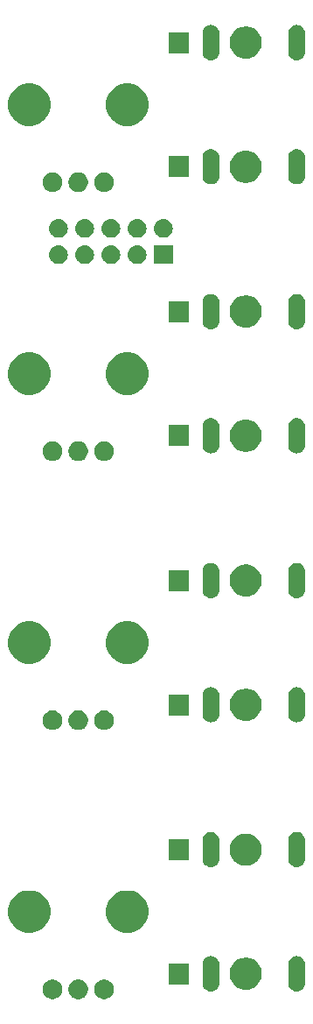
<source format=gbr>
G04 #@! TF.GenerationSoftware,KiCad,Pcbnew,(5.1.4)-1*
G04 #@! TF.CreationDate,2019-11-28T10:56:44-08:00*
G04 #@! TF.ProjectId,Attenuverter,41747465-6e75-4766-9572-7465722e6b69,rev?*
G04 #@! TF.SameCoordinates,Original*
G04 #@! TF.FileFunction,Soldermask,Top*
G04 #@! TF.FilePolarity,Negative*
%FSLAX46Y46*%
G04 Gerber Fmt 4.6, Leading zero omitted, Abs format (unit mm)*
G04 Created by KiCad (PCBNEW (5.1.4)-1) date 2019-11-28 10:56:44*
%MOMM*%
%LPD*%
G04 APERTURE LIST*
%ADD10C,0.100000*%
G04 APERTURE END LIST*
D10*
G36*
X110027395Y-145585546D02*
G01*
X110200466Y-145657234D01*
X110200467Y-145657235D01*
X110356227Y-145761310D01*
X110488690Y-145893773D01*
X110488691Y-145893775D01*
X110592766Y-146049534D01*
X110664454Y-146222605D01*
X110701000Y-146406333D01*
X110701000Y-146593667D01*
X110664454Y-146777395D01*
X110592766Y-146950466D01*
X110592765Y-146950467D01*
X110488690Y-147106227D01*
X110356227Y-147238690D01*
X110277818Y-147291081D01*
X110200466Y-147342766D01*
X110027395Y-147414454D01*
X109843667Y-147451000D01*
X109656333Y-147451000D01*
X109472605Y-147414454D01*
X109299534Y-147342766D01*
X109222182Y-147291081D01*
X109143773Y-147238690D01*
X109011310Y-147106227D01*
X108907235Y-146950467D01*
X108907234Y-146950466D01*
X108835546Y-146777395D01*
X108799000Y-146593667D01*
X108799000Y-146406333D01*
X108835546Y-146222605D01*
X108907234Y-146049534D01*
X109011309Y-145893775D01*
X109011310Y-145893773D01*
X109143773Y-145761310D01*
X109299533Y-145657235D01*
X109299534Y-145657234D01*
X109472605Y-145585546D01*
X109656333Y-145549000D01*
X109843667Y-145549000D01*
X110027395Y-145585546D01*
X110027395Y-145585546D01*
G37*
G36*
X107527395Y-145585546D02*
G01*
X107700466Y-145657234D01*
X107700467Y-145657235D01*
X107856227Y-145761310D01*
X107988690Y-145893773D01*
X107988691Y-145893775D01*
X108092766Y-146049534D01*
X108164454Y-146222605D01*
X108201000Y-146406333D01*
X108201000Y-146593667D01*
X108164454Y-146777395D01*
X108092766Y-146950466D01*
X108092765Y-146950467D01*
X107988690Y-147106227D01*
X107856227Y-147238690D01*
X107777818Y-147291081D01*
X107700466Y-147342766D01*
X107527395Y-147414454D01*
X107343667Y-147451000D01*
X107156333Y-147451000D01*
X106972605Y-147414454D01*
X106799534Y-147342766D01*
X106722182Y-147291081D01*
X106643773Y-147238690D01*
X106511310Y-147106227D01*
X106407235Y-146950467D01*
X106407234Y-146950466D01*
X106335546Y-146777395D01*
X106299000Y-146593667D01*
X106299000Y-146406333D01*
X106335546Y-146222605D01*
X106407234Y-146049534D01*
X106511309Y-145893775D01*
X106511310Y-145893773D01*
X106643773Y-145761310D01*
X106799533Y-145657235D01*
X106799534Y-145657234D01*
X106972605Y-145585546D01*
X107156333Y-145549000D01*
X107343667Y-145549000D01*
X107527395Y-145585546D01*
X107527395Y-145585546D01*
G37*
G36*
X105027395Y-145585546D02*
G01*
X105200466Y-145657234D01*
X105200467Y-145657235D01*
X105356227Y-145761310D01*
X105488690Y-145893773D01*
X105488691Y-145893775D01*
X105592766Y-146049534D01*
X105664454Y-146222605D01*
X105701000Y-146406333D01*
X105701000Y-146593667D01*
X105664454Y-146777395D01*
X105592766Y-146950466D01*
X105592765Y-146950467D01*
X105488690Y-147106227D01*
X105356227Y-147238690D01*
X105277818Y-147291081D01*
X105200466Y-147342766D01*
X105027395Y-147414454D01*
X104843667Y-147451000D01*
X104656333Y-147451000D01*
X104472605Y-147414454D01*
X104299534Y-147342766D01*
X104222182Y-147291081D01*
X104143773Y-147238690D01*
X104011310Y-147106227D01*
X103907235Y-146950467D01*
X103907234Y-146950466D01*
X103835546Y-146777395D01*
X103799000Y-146593667D01*
X103799000Y-146406333D01*
X103835546Y-146222605D01*
X103907234Y-146049534D01*
X104011309Y-145893775D01*
X104011310Y-145893773D01*
X104143773Y-145761310D01*
X104299533Y-145657235D01*
X104299534Y-145657234D01*
X104472605Y-145585546D01*
X104656333Y-145549000D01*
X104843667Y-145549000D01*
X105027395Y-145585546D01*
X105027395Y-145585546D01*
G37*
G36*
X128557023Y-143310590D02*
G01*
X128657682Y-143341125D01*
X128708013Y-143356392D01*
X128847165Y-143430771D01*
X128969133Y-143530867D01*
X129069229Y-143652835D01*
X129143608Y-143791987D01*
X129144601Y-143795260D01*
X129189410Y-143942977D01*
X129201000Y-144060655D01*
X129201000Y-145939345D01*
X129189410Y-146057023D01*
X129158875Y-146157682D01*
X129143608Y-146208013D01*
X129135808Y-146222605D01*
X129069229Y-146347165D01*
X128969133Y-146469133D01*
X128869376Y-146551000D01*
X128847164Y-146569229D01*
X128708012Y-146643608D01*
X128657681Y-146658875D01*
X128557022Y-146689410D01*
X128400000Y-146704875D01*
X128242977Y-146689410D01*
X128142318Y-146658875D01*
X128091987Y-146643608D01*
X127952835Y-146569229D01*
X127857995Y-146491396D01*
X127830867Y-146469133D01*
X127730771Y-146347164D01*
X127656392Y-146208012D01*
X127641125Y-146157681D01*
X127610590Y-146057022D01*
X127599000Y-145939344D01*
X127599001Y-144060655D01*
X127610591Y-143942977D01*
X127655400Y-143795260D01*
X127656393Y-143791987D01*
X127730772Y-143652835D01*
X127830868Y-143530867D01*
X127952836Y-143430771D01*
X128091988Y-143356392D01*
X128142319Y-143341125D01*
X128242978Y-143310590D01*
X128400000Y-143295125D01*
X128557023Y-143310590D01*
X128557023Y-143310590D01*
G37*
G36*
X120257023Y-143310590D02*
G01*
X120357682Y-143341125D01*
X120408013Y-143356392D01*
X120547165Y-143430771D01*
X120669133Y-143530867D01*
X120769229Y-143652835D01*
X120843608Y-143791987D01*
X120844601Y-143795260D01*
X120889410Y-143942977D01*
X120901000Y-144060655D01*
X120901000Y-145939345D01*
X120889410Y-146057023D01*
X120858875Y-146157682D01*
X120843608Y-146208013D01*
X120835808Y-146222605D01*
X120769229Y-146347165D01*
X120669133Y-146469133D01*
X120569376Y-146551000D01*
X120547164Y-146569229D01*
X120408012Y-146643608D01*
X120357681Y-146658875D01*
X120257022Y-146689410D01*
X120100000Y-146704875D01*
X119942977Y-146689410D01*
X119842318Y-146658875D01*
X119791987Y-146643608D01*
X119652835Y-146569229D01*
X119557995Y-146491396D01*
X119530867Y-146469133D01*
X119430771Y-146347164D01*
X119356392Y-146208012D01*
X119341125Y-146157681D01*
X119310590Y-146057022D01*
X119299000Y-145939344D01*
X119299001Y-144060655D01*
X119310591Y-143942977D01*
X119355400Y-143795260D01*
X119356393Y-143791987D01*
X119430772Y-143652835D01*
X119530868Y-143530867D01*
X119652836Y-143430771D01*
X119791988Y-143356392D01*
X119842319Y-143341125D01*
X119942978Y-143310590D01*
X120100000Y-143295125D01*
X120257023Y-143310590D01*
X120257023Y-143310590D01*
G37*
G36*
X123779585Y-143478802D02*
G01*
X123929410Y-143508604D01*
X124211674Y-143625521D01*
X124465705Y-143795259D01*
X124681741Y-144011295D01*
X124851479Y-144265326D01*
X124968396Y-144547590D01*
X125028000Y-144847240D01*
X125028000Y-145152760D01*
X124968396Y-145452410D01*
X124851479Y-145734674D01*
X124681741Y-145988705D01*
X124465705Y-146204741D01*
X124211674Y-146374479D01*
X123929410Y-146491396D01*
X123779585Y-146521198D01*
X123629761Y-146551000D01*
X123324239Y-146551000D01*
X123174415Y-146521198D01*
X123024590Y-146491396D01*
X122742326Y-146374479D01*
X122488295Y-146204741D01*
X122272259Y-145988705D01*
X122102521Y-145734674D01*
X121985604Y-145452410D01*
X121926000Y-145152760D01*
X121926000Y-144847240D01*
X121985604Y-144547590D01*
X122102521Y-144265326D01*
X122272259Y-144011295D01*
X122488295Y-143795259D01*
X122742326Y-143625521D01*
X123024590Y-143508604D01*
X123174415Y-143478802D01*
X123324239Y-143449000D01*
X123629761Y-143449000D01*
X123779585Y-143478802D01*
X123779585Y-143478802D01*
G37*
G36*
X117966000Y-146016000D02*
G01*
X116034000Y-146016000D01*
X116034000Y-143984000D01*
X117966000Y-143984000D01*
X117966000Y-146016000D01*
X117966000Y-146016000D01*
G37*
G36*
X112598254Y-137027818D02*
G01*
X112971511Y-137182426D01*
X112971513Y-137182427D01*
X113307436Y-137406884D01*
X113593116Y-137692564D01*
X113817574Y-138028489D01*
X113972182Y-138401746D01*
X114051000Y-138797993D01*
X114051000Y-139202007D01*
X113972182Y-139598254D01*
X113817574Y-139971511D01*
X113817573Y-139971513D01*
X113593116Y-140307436D01*
X113307436Y-140593116D01*
X112971513Y-140817573D01*
X112971512Y-140817574D01*
X112971511Y-140817574D01*
X112598254Y-140972182D01*
X112202007Y-141051000D01*
X111797993Y-141051000D01*
X111401746Y-140972182D01*
X111028489Y-140817574D01*
X111028488Y-140817574D01*
X111028487Y-140817573D01*
X110692564Y-140593116D01*
X110406884Y-140307436D01*
X110182427Y-139971513D01*
X110182426Y-139971511D01*
X110027818Y-139598254D01*
X109949000Y-139202007D01*
X109949000Y-138797993D01*
X110027818Y-138401746D01*
X110182426Y-138028489D01*
X110406884Y-137692564D01*
X110692564Y-137406884D01*
X111028487Y-137182427D01*
X111028489Y-137182426D01*
X111401746Y-137027818D01*
X111797993Y-136949000D01*
X112202007Y-136949000D01*
X112598254Y-137027818D01*
X112598254Y-137027818D01*
G37*
G36*
X103098254Y-137027818D02*
G01*
X103471511Y-137182426D01*
X103471513Y-137182427D01*
X103807436Y-137406884D01*
X104093116Y-137692564D01*
X104317574Y-138028489D01*
X104472182Y-138401746D01*
X104551000Y-138797993D01*
X104551000Y-139202007D01*
X104472182Y-139598254D01*
X104317574Y-139971511D01*
X104317573Y-139971513D01*
X104093116Y-140307436D01*
X103807436Y-140593116D01*
X103471513Y-140817573D01*
X103471512Y-140817574D01*
X103471511Y-140817574D01*
X103098254Y-140972182D01*
X102702007Y-141051000D01*
X102297993Y-141051000D01*
X101901746Y-140972182D01*
X101528489Y-140817574D01*
X101528488Y-140817574D01*
X101528487Y-140817573D01*
X101192564Y-140593116D01*
X100906884Y-140307436D01*
X100682427Y-139971513D01*
X100682426Y-139971511D01*
X100527818Y-139598254D01*
X100449000Y-139202007D01*
X100449000Y-138797993D01*
X100527818Y-138401746D01*
X100682426Y-138028489D01*
X100906884Y-137692564D01*
X101192564Y-137406884D01*
X101528487Y-137182427D01*
X101528489Y-137182426D01*
X101901746Y-137027818D01*
X102297993Y-136949000D01*
X102702007Y-136949000D01*
X103098254Y-137027818D01*
X103098254Y-137027818D01*
G37*
G36*
X128557023Y-131310590D02*
G01*
X128657682Y-131341125D01*
X128708013Y-131356392D01*
X128847165Y-131430771D01*
X128969133Y-131530867D01*
X129069229Y-131652835D01*
X129143608Y-131791987D01*
X129144601Y-131795260D01*
X129189410Y-131942977D01*
X129201000Y-132060655D01*
X129201000Y-133939345D01*
X129189410Y-134057023D01*
X129158875Y-134157682D01*
X129143608Y-134208013D01*
X129069230Y-134347164D01*
X129069229Y-134347165D01*
X128969133Y-134469133D01*
X128869376Y-134551000D01*
X128847164Y-134569229D01*
X128708012Y-134643608D01*
X128657681Y-134658875D01*
X128557022Y-134689410D01*
X128400000Y-134704875D01*
X128242977Y-134689410D01*
X128142318Y-134658875D01*
X128091987Y-134643608D01*
X127952835Y-134569229D01*
X127857995Y-134491396D01*
X127830867Y-134469133D01*
X127730771Y-134347164D01*
X127656393Y-134208013D01*
X127656392Y-134208012D01*
X127641125Y-134157681D01*
X127610590Y-134057022D01*
X127599000Y-133939344D01*
X127599001Y-132060655D01*
X127610591Y-131942977D01*
X127655400Y-131795260D01*
X127656393Y-131791987D01*
X127730772Y-131652835D01*
X127830868Y-131530867D01*
X127952836Y-131430771D01*
X128091988Y-131356392D01*
X128142319Y-131341125D01*
X128242978Y-131310590D01*
X128400000Y-131295125D01*
X128557023Y-131310590D01*
X128557023Y-131310590D01*
G37*
G36*
X120257023Y-131310590D02*
G01*
X120357682Y-131341125D01*
X120408013Y-131356392D01*
X120547165Y-131430771D01*
X120669133Y-131530867D01*
X120769229Y-131652835D01*
X120843608Y-131791987D01*
X120844601Y-131795260D01*
X120889410Y-131942977D01*
X120901000Y-132060655D01*
X120901000Y-133939345D01*
X120889410Y-134057023D01*
X120858875Y-134157682D01*
X120843608Y-134208013D01*
X120769230Y-134347164D01*
X120769229Y-134347165D01*
X120669133Y-134469133D01*
X120569376Y-134551000D01*
X120547164Y-134569229D01*
X120408012Y-134643608D01*
X120357681Y-134658875D01*
X120257022Y-134689410D01*
X120100000Y-134704875D01*
X119942977Y-134689410D01*
X119842318Y-134658875D01*
X119791987Y-134643608D01*
X119652835Y-134569229D01*
X119557995Y-134491396D01*
X119530867Y-134469133D01*
X119430771Y-134347164D01*
X119356393Y-134208013D01*
X119356392Y-134208012D01*
X119341125Y-134157681D01*
X119310590Y-134057022D01*
X119299000Y-133939344D01*
X119299001Y-132060655D01*
X119310591Y-131942977D01*
X119355400Y-131795260D01*
X119356393Y-131791987D01*
X119430772Y-131652835D01*
X119530868Y-131530867D01*
X119652836Y-131430771D01*
X119791988Y-131356392D01*
X119842319Y-131341125D01*
X119942978Y-131310590D01*
X120100000Y-131295125D01*
X120257023Y-131310590D01*
X120257023Y-131310590D01*
G37*
G36*
X123779585Y-131478802D02*
G01*
X123929410Y-131508604D01*
X124211674Y-131625521D01*
X124465705Y-131795259D01*
X124681741Y-132011295D01*
X124851479Y-132265326D01*
X124968396Y-132547590D01*
X125028000Y-132847240D01*
X125028000Y-133152760D01*
X124968396Y-133452410D01*
X124851479Y-133734674D01*
X124681741Y-133988705D01*
X124465705Y-134204741D01*
X124211674Y-134374479D01*
X123929410Y-134491396D01*
X123779585Y-134521198D01*
X123629761Y-134551000D01*
X123324239Y-134551000D01*
X123174415Y-134521198D01*
X123024590Y-134491396D01*
X122742326Y-134374479D01*
X122488295Y-134204741D01*
X122272259Y-133988705D01*
X122102521Y-133734674D01*
X121985604Y-133452410D01*
X121926000Y-133152760D01*
X121926000Y-132847240D01*
X121985604Y-132547590D01*
X122102521Y-132265326D01*
X122272259Y-132011295D01*
X122488295Y-131795259D01*
X122742326Y-131625521D01*
X123024590Y-131508604D01*
X123174415Y-131478802D01*
X123324239Y-131449000D01*
X123629761Y-131449000D01*
X123779585Y-131478802D01*
X123779585Y-131478802D01*
G37*
G36*
X117966000Y-134016000D02*
G01*
X116034000Y-134016000D01*
X116034000Y-131984000D01*
X117966000Y-131984000D01*
X117966000Y-134016000D01*
X117966000Y-134016000D01*
G37*
G36*
X110027395Y-119585546D02*
G01*
X110200466Y-119657234D01*
X110200467Y-119657235D01*
X110356227Y-119761310D01*
X110488690Y-119893773D01*
X110488691Y-119893775D01*
X110592766Y-120049534D01*
X110664454Y-120222605D01*
X110701000Y-120406333D01*
X110701000Y-120593667D01*
X110664454Y-120777395D01*
X110592766Y-120950466D01*
X110592765Y-120950467D01*
X110488690Y-121106227D01*
X110356227Y-121238690D01*
X110277818Y-121291081D01*
X110200466Y-121342766D01*
X110027395Y-121414454D01*
X109843667Y-121451000D01*
X109656333Y-121451000D01*
X109472605Y-121414454D01*
X109299534Y-121342766D01*
X109222182Y-121291081D01*
X109143773Y-121238690D01*
X109011310Y-121106227D01*
X108907235Y-120950467D01*
X108907234Y-120950466D01*
X108835546Y-120777395D01*
X108799000Y-120593667D01*
X108799000Y-120406333D01*
X108835546Y-120222605D01*
X108907234Y-120049534D01*
X109011309Y-119893775D01*
X109011310Y-119893773D01*
X109143773Y-119761310D01*
X109299533Y-119657235D01*
X109299534Y-119657234D01*
X109472605Y-119585546D01*
X109656333Y-119549000D01*
X109843667Y-119549000D01*
X110027395Y-119585546D01*
X110027395Y-119585546D01*
G37*
G36*
X105027395Y-119585546D02*
G01*
X105200466Y-119657234D01*
X105200467Y-119657235D01*
X105356227Y-119761310D01*
X105488690Y-119893773D01*
X105488691Y-119893775D01*
X105592766Y-120049534D01*
X105664454Y-120222605D01*
X105701000Y-120406333D01*
X105701000Y-120593667D01*
X105664454Y-120777395D01*
X105592766Y-120950466D01*
X105592765Y-120950467D01*
X105488690Y-121106227D01*
X105356227Y-121238690D01*
X105277818Y-121291081D01*
X105200466Y-121342766D01*
X105027395Y-121414454D01*
X104843667Y-121451000D01*
X104656333Y-121451000D01*
X104472605Y-121414454D01*
X104299534Y-121342766D01*
X104222182Y-121291081D01*
X104143773Y-121238690D01*
X104011310Y-121106227D01*
X103907235Y-120950467D01*
X103907234Y-120950466D01*
X103835546Y-120777395D01*
X103799000Y-120593667D01*
X103799000Y-120406333D01*
X103835546Y-120222605D01*
X103907234Y-120049534D01*
X104011309Y-119893775D01*
X104011310Y-119893773D01*
X104143773Y-119761310D01*
X104299533Y-119657235D01*
X104299534Y-119657234D01*
X104472605Y-119585546D01*
X104656333Y-119549000D01*
X104843667Y-119549000D01*
X105027395Y-119585546D01*
X105027395Y-119585546D01*
G37*
G36*
X107527395Y-119585546D02*
G01*
X107700466Y-119657234D01*
X107700467Y-119657235D01*
X107856227Y-119761310D01*
X107988690Y-119893773D01*
X107988691Y-119893775D01*
X108092766Y-120049534D01*
X108164454Y-120222605D01*
X108201000Y-120406333D01*
X108201000Y-120593667D01*
X108164454Y-120777395D01*
X108092766Y-120950466D01*
X108092765Y-120950467D01*
X107988690Y-121106227D01*
X107856227Y-121238690D01*
X107777818Y-121291081D01*
X107700466Y-121342766D01*
X107527395Y-121414454D01*
X107343667Y-121451000D01*
X107156333Y-121451000D01*
X106972605Y-121414454D01*
X106799534Y-121342766D01*
X106722182Y-121291081D01*
X106643773Y-121238690D01*
X106511310Y-121106227D01*
X106407235Y-120950467D01*
X106407234Y-120950466D01*
X106335546Y-120777395D01*
X106299000Y-120593667D01*
X106299000Y-120406333D01*
X106335546Y-120222605D01*
X106407234Y-120049534D01*
X106511309Y-119893775D01*
X106511310Y-119893773D01*
X106643773Y-119761310D01*
X106799533Y-119657235D01*
X106799534Y-119657234D01*
X106972605Y-119585546D01*
X107156333Y-119549000D01*
X107343667Y-119549000D01*
X107527395Y-119585546D01*
X107527395Y-119585546D01*
G37*
G36*
X128557023Y-117310590D02*
G01*
X128657682Y-117341125D01*
X128708013Y-117356392D01*
X128847165Y-117430771D01*
X128969133Y-117530867D01*
X129069229Y-117652835D01*
X129143608Y-117791987D01*
X129144601Y-117795260D01*
X129189410Y-117942977D01*
X129201000Y-118060655D01*
X129201000Y-119939345D01*
X129189410Y-120057023D01*
X129158875Y-120157682D01*
X129143608Y-120208013D01*
X129135808Y-120222605D01*
X129069229Y-120347165D01*
X128969133Y-120469133D01*
X128869376Y-120551000D01*
X128847164Y-120569229D01*
X128708012Y-120643608D01*
X128657681Y-120658875D01*
X128557022Y-120689410D01*
X128400000Y-120704875D01*
X128242977Y-120689410D01*
X128142318Y-120658875D01*
X128091987Y-120643608D01*
X127952835Y-120569229D01*
X127857995Y-120491396D01*
X127830867Y-120469133D01*
X127730771Y-120347164D01*
X127656392Y-120208012D01*
X127641125Y-120157681D01*
X127610590Y-120057022D01*
X127599000Y-119939344D01*
X127599001Y-118060655D01*
X127610591Y-117942977D01*
X127655400Y-117795260D01*
X127656393Y-117791987D01*
X127730772Y-117652835D01*
X127830868Y-117530867D01*
X127952836Y-117430771D01*
X128091988Y-117356392D01*
X128142319Y-117341125D01*
X128242978Y-117310590D01*
X128400000Y-117295125D01*
X128557023Y-117310590D01*
X128557023Y-117310590D01*
G37*
G36*
X120257023Y-117310590D02*
G01*
X120357682Y-117341125D01*
X120408013Y-117356392D01*
X120547165Y-117430771D01*
X120669133Y-117530867D01*
X120769229Y-117652835D01*
X120843608Y-117791987D01*
X120844601Y-117795260D01*
X120889410Y-117942977D01*
X120901000Y-118060655D01*
X120901000Y-119939345D01*
X120889410Y-120057023D01*
X120858875Y-120157682D01*
X120843608Y-120208013D01*
X120835808Y-120222605D01*
X120769229Y-120347165D01*
X120669133Y-120469133D01*
X120569376Y-120551000D01*
X120547164Y-120569229D01*
X120408012Y-120643608D01*
X120357681Y-120658875D01*
X120257022Y-120689410D01*
X120100000Y-120704875D01*
X119942977Y-120689410D01*
X119842318Y-120658875D01*
X119791987Y-120643608D01*
X119652835Y-120569229D01*
X119557995Y-120491396D01*
X119530867Y-120469133D01*
X119430771Y-120347164D01*
X119356392Y-120208012D01*
X119341125Y-120157681D01*
X119310590Y-120057022D01*
X119299000Y-119939344D01*
X119299001Y-118060655D01*
X119310591Y-117942977D01*
X119355400Y-117795260D01*
X119356393Y-117791987D01*
X119430772Y-117652835D01*
X119530868Y-117530867D01*
X119652836Y-117430771D01*
X119791988Y-117356392D01*
X119842319Y-117341125D01*
X119942978Y-117310590D01*
X120100000Y-117295125D01*
X120257023Y-117310590D01*
X120257023Y-117310590D01*
G37*
G36*
X123779585Y-117478802D02*
G01*
X123929410Y-117508604D01*
X124211674Y-117625521D01*
X124465705Y-117795259D01*
X124681741Y-118011295D01*
X124851479Y-118265326D01*
X124968396Y-118547590D01*
X125028000Y-118847240D01*
X125028000Y-119152760D01*
X124968396Y-119452410D01*
X124851479Y-119734674D01*
X124681741Y-119988705D01*
X124465705Y-120204741D01*
X124211674Y-120374479D01*
X123929410Y-120491396D01*
X123779585Y-120521198D01*
X123629761Y-120551000D01*
X123324239Y-120551000D01*
X123174415Y-120521198D01*
X123024590Y-120491396D01*
X122742326Y-120374479D01*
X122488295Y-120204741D01*
X122272259Y-119988705D01*
X122102521Y-119734674D01*
X121985604Y-119452410D01*
X121926000Y-119152760D01*
X121926000Y-118847240D01*
X121985604Y-118547590D01*
X122102521Y-118265326D01*
X122272259Y-118011295D01*
X122488295Y-117795259D01*
X122742326Y-117625521D01*
X123024590Y-117508604D01*
X123174415Y-117478802D01*
X123324239Y-117449000D01*
X123629761Y-117449000D01*
X123779585Y-117478802D01*
X123779585Y-117478802D01*
G37*
G36*
X117966000Y-120016000D02*
G01*
X116034000Y-120016000D01*
X116034000Y-117984000D01*
X117966000Y-117984000D01*
X117966000Y-120016000D01*
X117966000Y-120016000D01*
G37*
G36*
X112598254Y-111027818D02*
G01*
X112971511Y-111182426D01*
X112971513Y-111182427D01*
X113307436Y-111406884D01*
X113593116Y-111692564D01*
X113817574Y-112028489D01*
X113972182Y-112401746D01*
X114051000Y-112797993D01*
X114051000Y-113202007D01*
X113972182Y-113598254D01*
X113817574Y-113971511D01*
X113817573Y-113971513D01*
X113593116Y-114307436D01*
X113307436Y-114593116D01*
X112971513Y-114817573D01*
X112971512Y-114817574D01*
X112971511Y-114817574D01*
X112598254Y-114972182D01*
X112202007Y-115051000D01*
X111797993Y-115051000D01*
X111401746Y-114972182D01*
X111028489Y-114817574D01*
X111028488Y-114817574D01*
X111028487Y-114817573D01*
X110692564Y-114593116D01*
X110406884Y-114307436D01*
X110182427Y-113971513D01*
X110182426Y-113971511D01*
X110027818Y-113598254D01*
X109949000Y-113202007D01*
X109949000Y-112797993D01*
X110027818Y-112401746D01*
X110182426Y-112028489D01*
X110406884Y-111692564D01*
X110692564Y-111406884D01*
X111028487Y-111182427D01*
X111028489Y-111182426D01*
X111401746Y-111027818D01*
X111797993Y-110949000D01*
X112202007Y-110949000D01*
X112598254Y-111027818D01*
X112598254Y-111027818D01*
G37*
G36*
X103098254Y-111027818D02*
G01*
X103471511Y-111182426D01*
X103471513Y-111182427D01*
X103807436Y-111406884D01*
X104093116Y-111692564D01*
X104317574Y-112028489D01*
X104472182Y-112401746D01*
X104551000Y-112797993D01*
X104551000Y-113202007D01*
X104472182Y-113598254D01*
X104317574Y-113971511D01*
X104317573Y-113971513D01*
X104093116Y-114307436D01*
X103807436Y-114593116D01*
X103471513Y-114817573D01*
X103471512Y-114817574D01*
X103471511Y-114817574D01*
X103098254Y-114972182D01*
X102702007Y-115051000D01*
X102297993Y-115051000D01*
X101901746Y-114972182D01*
X101528489Y-114817574D01*
X101528488Y-114817574D01*
X101528487Y-114817573D01*
X101192564Y-114593116D01*
X100906884Y-114307436D01*
X100682427Y-113971513D01*
X100682426Y-113971511D01*
X100527818Y-113598254D01*
X100449000Y-113202007D01*
X100449000Y-112797993D01*
X100527818Y-112401746D01*
X100682426Y-112028489D01*
X100906884Y-111692564D01*
X101192564Y-111406884D01*
X101528487Y-111182427D01*
X101528489Y-111182426D01*
X101901746Y-111027818D01*
X102297993Y-110949000D01*
X102702007Y-110949000D01*
X103098254Y-111027818D01*
X103098254Y-111027818D01*
G37*
G36*
X120257023Y-105310590D02*
G01*
X120357682Y-105341125D01*
X120408013Y-105356392D01*
X120547165Y-105430771D01*
X120669133Y-105530867D01*
X120769229Y-105652835D01*
X120843608Y-105791987D01*
X120844601Y-105795260D01*
X120889410Y-105942977D01*
X120901000Y-106060655D01*
X120901000Y-107939345D01*
X120889410Y-108057023D01*
X120858875Y-108157682D01*
X120843608Y-108208013D01*
X120769230Y-108347164D01*
X120769229Y-108347165D01*
X120669133Y-108469133D01*
X120569376Y-108551000D01*
X120547164Y-108569229D01*
X120408012Y-108643608D01*
X120357681Y-108658875D01*
X120257022Y-108689410D01*
X120100000Y-108704875D01*
X119942977Y-108689410D01*
X119842318Y-108658875D01*
X119791987Y-108643608D01*
X119652835Y-108569229D01*
X119557995Y-108491396D01*
X119530867Y-108469133D01*
X119430771Y-108347164D01*
X119356393Y-108208013D01*
X119356392Y-108208012D01*
X119341125Y-108157681D01*
X119310590Y-108057022D01*
X119299000Y-107939344D01*
X119299001Y-106060655D01*
X119310591Y-105942977D01*
X119355400Y-105795260D01*
X119356393Y-105791987D01*
X119430772Y-105652835D01*
X119530868Y-105530867D01*
X119652836Y-105430771D01*
X119791988Y-105356392D01*
X119842319Y-105341125D01*
X119942978Y-105310590D01*
X120100000Y-105295125D01*
X120257023Y-105310590D01*
X120257023Y-105310590D01*
G37*
G36*
X128557023Y-105310590D02*
G01*
X128657682Y-105341125D01*
X128708013Y-105356392D01*
X128847165Y-105430771D01*
X128969133Y-105530867D01*
X129069229Y-105652835D01*
X129143608Y-105791987D01*
X129144601Y-105795260D01*
X129189410Y-105942977D01*
X129201000Y-106060655D01*
X129201000Y-107939345D01*
X129189410Y-108057023D01*
X129158875Y-108157682D01*
X129143608Y-108208013D01*
X129069230Y-108347164D01*
X129069229Y-108347165D01*
X128969133Y-108469133D01*
X128869376Y-108551000D01*
X128847164Y-108569229D01*
X128708012Y-108643608D01*
X128657681Y-108658875D01*
X128557022Y-108689410D01*
X128400000Y-108704875D01*
X128242977Y-108689410D01*
X128142318Y-108658875D01*
X128091987Y-108643608D01*
X127952835Y-108569229D01*
X127857995Y-108491396D01*
X127830867Y-108469133D01*
X127730771Y-108347164D01*
X127656393Y-108208013D01*
X127656392Y-108208012D01*
X127641125Y-108157681D01*
X127610590Y-108057022D01*
X127599000Y-107939344D01*
X127599001Y-106060655D01*
X127610591Y-105942977D01*
X127655400Y-105795260D01*
X127656393Y-105791987D01*
X127730772Y-105652835D01*
X127830868Y-105530867D01*
X127952836Y-105430771D01*
X128091988Y-105356392D01*
X128142319Y-105341125D01*
X128242978Y-105310590D01*
X128400000Y-105295125D01*
X128557023Y-105310590D01*
X128557023Y-105310590D01*
G37*
G36*
X123779585Y-105478802D02*
G01*
X123929410Y-105508604D01*
X124211674Y-105625521D01*
X124465705Y-105795259D01*
X124681741Y-106011295D01*
X124851479Y-106265326D01*
X124968396Y-106547590D01*
X125028000Y-106847240D01*
X125028000Y-107152760D01*
X124968396Y-107452410D01*
X124851479Y-107734674D01*
X124681741Y-107988705D01*
X124465705Y-108204741D01*
X124211674Y-108374479D01*
X123929410Y-108491396D01*
X123779585Y-108521198D01*
X123629761Y-108551000D01*
X123324239Y-108551000D01*
X123174415Y-108521198D01*
X123024590Y-108491396D01*
X122742326Y-108374479D01*
X122488295Y-108204741D01*
X122272259Y-107988705D01*
X122102521Y-107734674D01*
X121985604Y-107452410D01*
X121926000Y-107152760D01*
X121926000Y-106847240D01*
X121985604Y-106547590D01*
X122102521Y-106265326D01*
X122272259Y-106011295D01*
X122488295Y-105795259D01*
X122742326Y-105625521D01*
X123024590Y-105508604D01*
X123174415Y-105478802D01*
X123324239Y-105449000D01*
X123629761Y-105449000D01*
X123779585Y-105478802D01*
X123779585Y-105478802D01*
G37*
G36*
X117966000Y-108016000D02*
G01*
X116034000Y-108016000D01*
X116034000Y-105984000D01*
X117966000Y-105984000D01*
X117966000Y-108016000D01*
X117966000Y-108016000D01*
G37*
G36*
X107527395Y-93585546D02*
G01*
X107700466Y-93657234D01*
X107700467Y-93657235D01*
X107856227Y-93761310D01*
X107988690Y-93893773D01*
X107988691Y-93893775D01*
X108092766Y-94049534D01*
X108164454Y-94222605D01*
X108201000Y-94406333D01*
X108201000Y-94593667D01*
X108164454Y-94777395D01*
X108092766Y-94950466D01*
X108092765Y-94950467D01*
X107988690Y-95106227D01*
X107856227Y-95238690D01*
X107777818Y-95291081D01*
X107700466Y-95342766D01*
X107527395Y-95414454D01*
X107343667Y-95451000D01*
X107156333Y-95451000D01*
X106972605Y-95414454D01*
X106799534Y-95342766D01*
X106722182Y-95291081D01*
X106643773Y-95238690D01*
X106511310Y-95106227D01*
X106407235Y-94950467D01*
X106407234Y-94950466D01*
X106335546Y-94777395D01*
X106299000Y-94593667D01*
X106299000Y-94406333D01*
X106335546Y-94222605D01*
X106407234Y-94049534D01*
X106511309Y-93893775D01*
X106511310Y-93893773D01*
X106643773Y-93761310D01*
X106799533Y-93657235D01*
X106799534Y-93657234D01*
X106972605Y-93585546D01*
X107156333Y-93549000D01*
X107343667Y-93549000D01*
X107527395Y-93585546D01*
X107527395Y-93585546D01*
G37*
G36*
X105027395Y-93585546D02*
G01*
X105200466Y-93657234D01*
X105200467Y-93657235D01*
X105356227Y-93761310D01*
X105488690Y-93893773D01*
X105488691Y-93893775D01*
X105592766Y-94049534D01*
X105664454Y-94222605D01*
X105701000Y-94406333D01*
X105701000Y-94593667D01*
X105664454Y-94777395D01*
X105592766Y-94950466D01*
X105592765Y-94950467D01*
X105488690Y-95106227D01*
X105356227Y-95238690D01*
X105277818Y-95291081D01*
X105200466Y-95342766D01*
X105027395Y-95414454D01*
X104843667Y-95451000D01*
X104656333Y-95451000D01*
X104472605Y-95414454D01*
X104299534Y-95342766D01*
X104222182Y-95291081D01*
X104143773Y-95238690D01*
X104011310Y-95106227D01*
X103907235Y-94950467D01*
X103907234Y-94950466D01*
X103835546Y-94777395D01*
X103799000Y-94593667D01*
X103799000Y-94406333D01*
X103835546Y-94222605D01*
X103907234Y-94049534D01*
X104011309Y-93893775D01*
X104011310Y-93893773D01*
X104143773Y-93761310D01*
X104299533Y-93657235D01*
X104299534Y-93657234D01*
X104472605Y-93585546D01*
X104656333Y-93549000D01*
X104843667Y-93549000D01*
X105027395Y-93585546D01*
X105027395Y-93585546D01*
G37*
G36*
X110027395Y-93585546D02*
G01*
X110200466Y-93657234D01*
X110200467Y-93657235D01*
X110356227Y-93761310D01*
X110488690Y-93893773D01*
X110488691Y-93893775D01*
X110592766Y-94049534D01*
X110664454Y-94222605D01*
X110701000Y-94406333D01*
X110701000Y-94593667D01*
X110664454Y-94777395D01*
X110592766Y-94950466D01*
X110592765Y-94950467D01*
X110488690Y-95106227D01*
X110356227Y-95238690D01*
X110277818Y-95291081D01*
X110200466Y-95342766D01*
X110027395Y-95414454D01*
X109843667Y-95451000D01*
X109656333Y-95451000D01*
X109472605Y-95414454D01*
X109299534Y-95342766D01*
X109222182Y-95291081D01*
X109143773Y-95238690D01*
X109011310Y-95106227D01*
X108907235Y-94950467D01*
X108907234Y-94950466D01*
X108835546Y-94777395D01*
X108799000Y-94593667D01*
X108799000Y-94406333D01*
X108835546Y-94222605D01*
X108907234Y-94049534D01*
X109011309Y-93893775D01*
X109011310Y-93893773D01*
X109143773Y-93761310D01*
X109299533Y-93657235D01*
X109299534Y-93657234D01*
X109472605Y-93585546D01*
X109656333Y-93549000D01*
X109843667Y-93549000D01*
X110027395Y-93585546D01*
X110027395Y-93585546D01*
G37*
G36*
X120257023Y-91310590D02*
G01*
X120357682Y-91341125D01*
X120408013Y-91356392D01*
X120547165Y-91430771D01*
X120669133Y-91530867D01*
X120769229Y-91652835D01*
X120843608Y-91791987D01*
X120844601Y-91795260D01*
X120889410Y-91942977D01*
X120901000Y-92060655D01*
X120901000Y-93939345D01*
X120889410Y-94057023D01*
X120858875Y-94157682D01*
X120843608Y-94208013D01*
X120835808Y-94222605D01*
X120769229Y-94347165D01*
X120669133Y-94469133D01*
X120569376Y-94551000D01*
X120547164Y-94569229D01*
X120408012Y-94643608D01*
X120357681Y-94658875D01*
X120257022Y-94689410D01*
X120100000Y-94704875D01*
X119942977Y-94689410D01*
X119842318Y-94658875D01*
X119791987Y-94643608D01*
X119652835Y-94569229D01*
X119557995Y-94491396D01*
X119530867Y-94469133D01*
X119430771Y-94347164D01*
X119356392Y-94208012D01*
X119341125Y-94157681D01*
X119310590Y-94057022D01*
X119299000Y-93939344D01*
X119299001Y-92060655D01*
X119310591Y-91942977D01*
X119355400Y-91795260D01*
X119356393Y-91791987D01*
X119430772Y-91652835D01*
X119530868Y-91530867D01*
X119652836Y-91430771D01*
X119791988Y-91356392D01*
X119842319Y-91341125D01*
X119942978Y-91310590D01*
X120100000Y-91295125D01*
X120257023Y-91310590D01*
X120257023Y-91310590D01*
G37*
G36*
X128557023Y-91310590D02*
G01*
X128657682Y-91341125D01*
X128708013Y-91356392D01*
X128847165Y-91430771D01*
X128969133Y-91530867D01*
X129069229Y-91652835D01*
X129143608Y-91791987D01*
X129144601Y-91795260D01*
X129189410Y-91942977D01*
X129201000Y-92060655D01*
X129201000Y-93939345D01*
X129189410Y-94057023D01*
X129158875Y-94157682D01*
X129143608Y-94208013D01*
X129135808Y-94222605D01*
X129069229Y-94347165D01*
X128969133Y-94469133D01*
X128869376Y-94551000D01*
X128847164Y-94569229D01*
X128708012Y-94643608D01*
X128657681Y-94658875D01*
X128557022Y-94689410D01*
X128400000Y-94704875D01*
X128242977Y-94689410D01*
X128142318Y-94658875D01*
X128091987Y-94643608D01*
X127952835Y-94569229D01*
X127857995Y-94491396D01*
X127830867Y-94469133D01*
X127730771Y-94347164D01*
X127656392Y-94208012D01*
X127641125Y-94157681D01*
X127610590Y-94057022D01*
X127599000Y-93939344D01*
X127599001Y-92060655D01*
X127610591Y-91942977D01*
X127655400Y-91795260D01*
X127656393Y-91791987D01*
X127730772Y-91652835D01*
X127830868Y-91530867D01*
X127952836Y-91430771D01*
X128091988Y-91356392D01*
X128142319Y-91341125D01*
X128242978Y-91310590D01*
X128400000Y-91295125D01*
X128557023Y-91310590D01*
X128557023Y-91310590D01*
G37*
G36*
X123779585Y-91478802D02*
G01*
X123929410Y-91508604D01*
X124211674Y-91625521D01*
X124465705Y-91795259D01*
X124681741Y-92011295D01*
X124851479Y-92265326D01*
X124968396Y-92547590D01*
X125028000Y-92847240D01*
X125028000Y-93152760D01*
X124968396Y-93452410D01*
X124851479Y-93734674D01*
X124681741Y-93988705D01*
X124465705Y-94204741D01*
X124211674Y-94374479D01*
X123929410Y-94491396D01*
X123779585Y-94521198D01*
X123629761Y-94551000D01*
X123324239Y-94551000D01*
X123174415Y-94521198D01*
X123024590Y-94491396D01*
X122742326Y-94374479D01*
X122488295Y-94204741D01*
X122272259Y-93988705D01*
X122102521Y-93734674D01*
X121985604Y-93452410D01*
X121926000Y-93152760D01*
X121926000Y-92847240D01*
X121985604Y-92547590D01*
X122102521Y-92265326D01*
X122272259Y-92011295D01*
X122488295Y-91795259D01*
X122742326Y-91625521D01*
X123024590Y-91508604D01*
X123174415Y-91478802D01*
X123324239Y-91449000D01*
X123629761Y-91449000D01*
X123779585Y-91478802D01*
X123779585Y-91478802D01*
G37*
G36*
X117966000Y-94016000D02*
G01*
X116034000Y-94016000D01*
X116034000Y-91984000D01*
X117966000Y-91984000D01*
X117966000Y-94016000D01*
X117966000Y-94016000D01*
G37*
G36*
X112598254Y-85027818D02*
G01*
X112971511Y-85182426D01*
X112971513Y-85182427D01*
X113307436Y-85406884D01*
X113593116Y-85692564D01*
X113817574Y-86028489D01*
X113972182Y-86401746D01*
X114051000Y-86797993D01*
X114051000Y-87202007D01*
X113972182Y-87598254D01*
X113817574Y-87971511D01*
X113817573Y-87971513D01*
X113593116Y-88307436D01*
X113307436Y-88593116D01*
X112971513Y-88817573D01*
X112971512Y-88817574D01*
X112971511Y-88817574D01*
X112598254Y-88972182D01*
X112202007Y-89051000D01*
X111797993Y-89051000D01*
X111401746Y-88972182D01*
X111028489Y-88817574D01*
X111028488Y-88817574D01*
X111028487Y-88817573D01*
X110692564Y-88593116D01*
X110406884Y-88307436D01*
X110182427Y-87971513D01*
X110182426Y-87971511D01*
X110027818Y-87598254D01*
X109949000Y-87202007D01*
X109949000Y-86797993D01*
X110027818Y-86401746D01*
X110182426Y-86028489D01*
X110406884Y-85692564D01*
X110692564Y-85406884D01*
X111028487Y-85182427D01*
X111028489Y-85182426D01*
X111401746Y-85027818D01*
X111797993Y-84949000D01*
X112202007Y-84949000D01*
X112598254Y-85027818D01*
X112598254Y-85027818D01*
G37*
G36*
X103098254Y-85027818D02*
G01*
X103471511Y-85182426D01*
X103471513Y-85182427D01*
X103807436Y-85406884D01*
X104093116Y-85692564D01*
X104317574Y-86028489D01*
X104472182Y-86401746D01*
X104551000Y-86797993D01*
X104551000Y-87202007D01*
X104472182Y-87598254D01*
X104317574Y-87971511D01*
X104317573Y-87971513D01*
X104093116Y-88307436D01*
X103807436Y-88593116D01*
X103471513Y-88817573D01*
X103471512Y-88817574D01*
X103471511Y-88817574D01*
X103098254Y-88972182D01*
X102702007Y-89051000D01*
X102297993Y-89051000D01*
X101901746Y-88972182D01*
X101528489Y-88817574D01*
X101528488Y-88817574D01*
X101528487Y-88817573D01*
X101192564Y-88593116D01*
X100906884Y-88307436D01*
X100682427Y-87971513D01*
X100682426Y-87971511D01*
X100527818Y-87598254D01*
X100449000Y-87202007D01*
X100449000Y-86797993D01*
X100527818Y-86401746D01*
X100682426Y-86028489D01*
X100906884Y-85692564D01*
X101192564Y-85406884D01*
X101528487Y-85182427D01*
X101528489Y-85182426D01*
X101901746Y-85027818D01*
X102297993Y-84949000D01*
X102702007Y-84949000D01*
X103098254Y-85027818D01*
X103098254Y-85027818D01*
G37*
G36*
X128557023Y-79310590D02*
G01*
X128657682Y-79341125D01*
X128708013Y-79356392D01*
X128847165Y-79430771D01*
X128969133Y-79530867D01*
X129069229Y-79652835D01*
X129143608Y-79791987D01*
X129144601Y-79795260D01*
X129189410Y-79942977D01*
X129201000Y-80060655D01*
X129201000Y-81939345D01*
X129189410Y-82057023D01*
X129158875Y-82157682D01*
X129143608Y-82208013D01*
X129069230Y-82347164D01*
X129069229Y-82347165D01*
X128969133Y-82469133D01*
X128869376Y-82551000D01*
X128847164Y-82569229D01*
X128708012Y-82643608D01*
X128657681Y-82658875D01*
X128557022Y-82689410D01*
X128400000Y-82704875D01*
X128242977Y-82689410D01*
X128142318Y-82658875D01*
X128091987Y-82643608D01*
X127952835Y-82569229D01*
X127857995Y-82491396D01*
X127830867Y-82469133D01*
X127730771Y-82347164D01*
X127656393Y-82208013D01*
X127656392Y-82208012D01*
X127641125Y-82157681D01*
X127610590Y-82057022D01*
X127599000Y-81939344D01*
X127599001Y-80060655D01*
X127610591Y-79942977D01*
X127655400Y-79795260D01*
X127656393Y-79791987D01*
X127730772Y-79652835D01*
X127830868Y-79530867D01*
X127952836Y-79430771D01*
X128091988Y-79356392D01*
X128142319Y-79341125D01*
X128242978Y-79310590D01*
X128400000Y-79295125D01*
X128557023Y-79310590D01*
X128557023Y-79310590D01*
G37*
G36*
X120257023Y-79310590D02*
G01*
X120357682Y-79341125D01*
X120408013Y-79356392D01*
X120547165Y-79430771D01*
X120669133Y-79530867D01*
X120769229Y-79652835D01*
X120843608Y-79791987D01*
X120844601Y-79795260D01*
X120889410Y-79942977D01*
X120901000Y-80060655D01*
X120901000Y-81939345D01*
X120889410Y-82057023D01*
X120858875Y-82157682D01*
X120843608Y-82208013D01*
X120769230Y-82347164D01*
X120769229Y-82347165D01*
X120669133Y-82469133D01*
X120569376Y-82551000D01*
X120547164Y-82569229D01*
X120408012Y-82643608D01*
X120357681Y-82658875D01*
X120257022Y-82689410D01*
X120100000Y-82704875D01*
X119942977Y-82689410D01*
X119842318Y-82658875D01*
X119791987Y-82643608D01*
X119652835Y-82569229D01*
X119557995Y-82491396D01*
X119530867Y-82469133D01*
X119430771Y-82347164D01*
X119356393Y-82208013D01*
X119356392Y-82208012D01*
X119341125Y-82157681D01*
X119310590Y-82057022D01*
X119299000Y-81939344D01*
X119299001Y-80060655D01*
X119310591Y-79942977D01*
X119355400Y-79795260D01*
X119356393Y-79791987D01*
X119430772Y-79652835D01*
X119530868Y-79530867D01*
X119652836Y-79430771D01*
X119791988Y-79356392D01*
X119842319Y-79341125D01*
X119942978Y-79310590D01*
X120100000Y-79295125D01*
X120257023Y-79310590D01*
X120257023Y-79310590D01*
G37*
G36*
X123779585Y-79478802D02*
G01*
X123929410Y-79508604D01*
X124211674Y-79625521D01*
X124465705Y-79795259D01*
X124681741Y-80011295D01*
X124851479Y-80265326D01*
X124968396Y-80547590D01*
X125028000Y-80847240D01*
X125028000Y-81152760D01*
X124968396Y-81452410D01*
X124851479Y-81734674D01*
X124681741Y-81988705D01*
X124465705Y-82204741D01*
X124211674Y-82374479D01*
X123929410Y-82491396D01*
X123779585Y-82521198D01*
X123629761Y-82551000D01*
X123324239Y-82551000D01*
X123174415Y-82521198D01*
X123024590Y-82491396D01*
X122742326Y-82374479D01*
X122488295Y-82204741D01*
X122272259Y-81988705D01*
X122102521Y-81734674D01*
X121985604Y-81452410D01*
X121926000Y-81152760D01*
X121926000Y-80847240D01*
X121985604Y-80547590D01*
X122102521Y-80265326D01*
X122272259Y-80011295D01*
X122488295Y-79795259D01*
X122742326Y-79625521D01*
X123024590Y-79508604D01*
X123174415Y-79478802D01*
X123324239Y-79449000D01*
X123629761Y-79449000D01*
X123779585Y-79478802D01*
X123779585Y-79478802D01*
G37*
G36*
X117966000Y-82016000D02*
G01*
X116034000Y-82016000D01*
X116034000Y-79984000D01*
X117966000Y-79984000D01*
X117966000Y-82016000D01*
X117966000Y-82016000D01*
G37*
G36*
X113070443Y-74605519D02*
G01*
X113136627Y-74612037D01*
X113306466Y-74663557D01*
X113462991Y-74747222D01*
X113498729Y-74776552D01*
X113600186Y-74859814D01*
X113683448Y-74961271D01*
X113712778Y-74997009D01*
X113796443Y-75153534D01*
X113847963Y-75323373D01*
X113865359Y-75500000D01*
X113847963Y-75676627D01*
X113796443Y-75846466D01*
X113712778Y-76002991D01*
X113683448Y-76038729D01*
X113600186Y-76140186D01*
X113498729Y-76223448D01*
X113462991Y-76252778D01*
X113306466Y-76336443D01*
X113136627Y-76387963D01*
X113070443Y-76394481D01*
X113004260Y-76401000D01*
X112915740Y-76401000D01*
X112849557Y-76394481D01*
X112783373Y-76387963D01*
X112613534Y-76336443D01*
X112457009Y-76252778D01*
X112421271Y-76223448D01*
X112319814Y-76140186D01*
X112236552Y-76038729D01*
X112207222Y-76002991D01*
X112123557Y-75846466D01*
X112072037Y-75676627D01*
X112054641Y-75500000D01*
X112072037Y-75323373D01*
X112123557Y-75153534D01*
X112207222Y-74997009D01*
X112236552Y-74961271D01*
X112319814Y-74859814D01*
X112421271Y-74776552D01*
X112457009Y-74747222D01*
X112613534Y-74663557D01*
X112783373Y-74612037D01*
X112849557Y-74605519D01*
X112915740Y-74599000D01*
X113004260Y-74599000D01*
X113070443Y-74605519D01*
X113070443Y-74605519D01*
G37*
G36*
X110530443Y-74605519D02*
G01*
X110596627Y-74612037D01*
X110766466Y-74663557D01*
X110922991Y-74747222D01*
X110958729Y-74776552D01*
X111060186Y-74859814D01*
X111143448Y-74961271D01*
X111172778Y-74997009D01*
X111256443Y-75153534D01*
X111307963Y-75323373D01*
X111325359Y-75500000D01*
X111307963Y-75676627D01*
X111256443Y-75846466D01*
X111172778Y-76002991D01*
X111143448Y-76038729D01*
X111060186Y-76140186D01*
X110958729Y-76223448D01*
X110922991Y-76252778D01*
X110766466Y-76336443D01*
X110596627Y-76387963D01*
X110530443Y-76394481D01*
X110464260Y-76401000D01*
X110375740Y-76401000D01*
X110309557Y-76394481D01*
X110243373Y-76387963D01*
X110073534Y-76336443D01*
X109917009Y-76252778D01*
X109881271Y-76223448D01*
X109779814Y-76140186D01*
X109696552Y-76038729D01*
X109667222Y-76002991D01*
X109583557Y-75846466D01*
X109532037Y-75676627D01*
X109514641Y-75500000D01*
X109532037Y-75323373D01*
X109583557Y-75153534D01*
X109667222Y-74997009D01*
X109696552Y-74961271D01*
X109779814Y-74859814D01*
X109881271Y-74776552D01*
X109917009Y-74747222D01*
X110073534Y-74663557D01*
X110243373Y-74612037D01*
X110309557Y-74605519D01*
X110375740Y-74599000D01*
X110464260Y-74599000D01*
X110530443Y-74605519D01*
X110530443Y-74605519D01*
G37*
G36*
X107990443Y-74605519D02*
G01*
X108056627Y-74612037D01*
X108226466Y-74663557D01*
X108382991Y-74747222D01*
X108418729Y-74776552D01*
X108520186Y-74859814D01*
X108603448Y-74961271D01*
X108632778Y-74997009D01*
X108716443Y-75153534D01*
X108767963Y-75323373D01*
X108785359Y-75500000D01*
X108767963Y-75676627D01*
X108716443Y-75846466D01*
X108632778Y-76002991D01*
X108603448Y-76038729D01*
X108520186Y-76140186D01*
X108418729Y-76223448D01*
X108382991Y-76252778D01*
X108226466Y-76336443D01*
X108056627Y-76387963D01*
X107990443Y-76394481D01*
X107924260Y-76401000D01*
X107835740Y-76401000D01*
X107769557Y-76394481D01*
X107703373Y-76387963D01*
X107533534Y-76336443D01*
X107377009Y-76252778D01*
X107341271Y-76223448D01*
X107239814Y-76140186D01*
X107156552Y-76038729D01*
X107127222Y-76002991D01*
X107043557Y-75846466D01*
X106992037Y-75676627D01*
X106974641Y-75500000D01*
X106992037Y-75323373D01*
X107043557Y-75153534D01*
X107127222Y-74997009D01*
X107156552Y-74961271D01*
X107239814Y-74859814D01*
X107341271Y-74776552D01*
X107377009Y-74747222D01*
X107533534Y-74663557D01*
X107703373Y-74612037D01*
X107769557Y-74605519D01*
X107835740Y-74599000D01*
X107924260Y-74599000D01*
X107990443Y-74605519D01*
X107990443Y-74605519D01*
G37*
G36*
X105450443Y-74605519D02*
G01*
X105516627Y-74612037D01*
X105686466Y-74663557D01*
X105842991Y-74747222D01*
X105878729Y-74776552D01*
X105980186Y-74859814D01*
X106063448Y-74961271D01*
X106092778Y-74997009D01*
X106176443Y-75153534D01*
X106227963Y-75323373D01*
X106245359Y-75500000D01*
X106227963Y-75676627D01*
X106176443Y-75846466D01*
X106092778Y-76002991D01*
X106063448Y-76038729D01*
X105980186Y-76140186D01*
X105878729Y-76223448D01*
X105842991Y-76252778D01*
X105686466Y-76336443D01*
X105516627Y-76387963D01*
X105450443Y-76394481D01*
X105384260Y-76401000D01*
X105295740Y-76401000D01*
X105229557Y-76394481D01*
X105163373Y-76387963D01*
X104993534Y-76336443D01*
X104837009Y-76252778D01*
X104801271Y-76223448D01*
X104699814Y-76140186D01*
X104616552Y-76038729D01*
X104587222Y-76002991D01*
X104503557Y-75846466D01*
X104452037Y-75676627D01*
X104434641Y-75500000D01*
X104452037Y-75323373D01*
X104503557Y-75153534D01*
X104587222Y-74997009D01*
X104616552Y-74961271D01*
X104699814Y-74859814D01*
X104801271Y-74776552D01*
X104837009Y-74747222D01*
X104993534Y-74663557D01*
X105163373Y-74612037D01*
X105229557Y-74605519D01*
X105295740Y-74599000D01*
X105384260Y-74599000D01*
X105450443Y-74605519D01*
X105450443Y-74605519D01*
G37*
G36*
X116401000Y-76401000D02*
G01*
X114599000Y-76401000D01*
X114599000Y-74599000D01*
X116401000Y-74599000D01*
X116401000Y-76401000D01*
X116401000Y-76401000D01*
G37*
G36*
X110530442Y-72065518D02*
G01*
X110596627Y-72072037D01*
X110766466Y-72123557D01*
X110922991Y-72207222D01*
X110958729Y-72236552D01*
X111060186Y-72319814D01*
X111143448Y-72421271D01*
X111172778Y-72457009D01*
X111256443Y-72613534D01*
X111307963Y-72783373D01*
X111325359Y-72960000D01*
X111307963Y-73136627D01*
X111256443Y-73306466D01*
X111172778Y-73462991D01*
X111143448Y-73498729D01*
X111060186Y-73600186D01*
X110958729Y-73683448D01*
X110922991Y-73712778D01*
X110766466Y-73796443D01*
X110596627Y-73847963D01*
X110530442Y-73854482D01*
X110464260Y-73861000D01*
X110375740Y-73861000D01*
X110309558Y-73854482D01*
X110243373Y-73847963D01*
X110073534Y-73796443D01*
X109917009Y-73712778D01*
X109881271Y-73683448D01*
X109779814Y-73600186D01*
X109696552Y-73498729D01*
X109667222Y-73462991D01*
X109583557Y-73306466D01*
X109532037Y-73136627D01*
X109514641Y-72960000D01*
X109532037Y-72783373D01*
X109583557Y-72613534D01*
X109667222Y-72457009D01*
X109696552Y-72421271D01*
X109779814Y-72319814D01*
X109881271Y-72236552D01*
X109917009Y-72207222D01*
X110073534Y-72123557D01*
X110243373Y-72072037D01*
X110309558Y-72065518D01*
X110375740Y-72059000D01*
X110464260Y-72059000D01*
X110530442Y-72065518D01*
X110530442Y-72065518D01*
G37*
G36*
X115610442Y-72065518D02*
G01*
X115676627Y-72072037D01*
X115846466Y-72123557D01*
X116002991Y-72207222D01*
X116038729Y-72236552D01*
X116140186Y-72319814D01*
X116223448Y-72421271D01*
X116252778Y-72457009D01*
X116336443Y-72613534D01*
X116387963Y-72783373D01*
X116405359Y-72960000D01*
X116387963Y-73136627D01*
X116336443Y-73306466D01*
X116252778Y-73462991D01*
X116223448Y-73498729D01*
X116140186Y-73600186D01*
X116038729Y-73683448D01*
X116002991Y-73712778D01*
X115846466Y-73796443D01*
X115676627Y-73847963D01*
X115610442Y-73854482D01*
X115544260Y-73861000D01*
X115455740Y-73861000D01*
X115389558Y-73854482D01*
X115323373Y-73847963D01*
X115153534Y-73796443D01*
X114997009Y-73712778D01*
X114961271Y-73683448D01*
X114859814Y-73600186D01*
X114776552Y-73498729D01*
X114747222Y-73462991D01*
X114663557Y-73306466D01*
X114612037Y-73136627D01*
X114594641Y-72960000D01*
X114612037Y-72783373D01*
X114663557Y-72613534D01*
X114747222Y-72457009D01*
X114776552Y-72421271D01*
X114859814Y-72319814D01*
X114961271Y-72236552D01*
X114997009Y-72207222D01*
X115153534Y-72123557D01*
X115323373Y-72072037D01*
X115389558Y-72065518D01*
X115455740Y-72059000D01*
X115544260Y-72059000D01*
X115610442Y-72065518D01*
X115610442Y-72065518D01*
G37*
G36*
X107990442Y-72065518D02*
G01*
X108056627Y-72072037D01*
X108226466Y-72123557D01*
X108382991Y-72207222D01*
X108418729Y-72236552D01*
X108520186Y-72319814D01*
X108603448Y-72421271D01*
X108632778Y-72457009D01*
X108716443Y-72613534D01*
X108767963Y-72783373D01*
X108785359Y-72960000D01*
X108767963Y-73136627D01*
X108716443Y-73306466D01*
X108632778Y-73462991D01*
X108603448Y-73498729D01*
X108520186Y-73600186D01*
X108418729Y-73683448D01*
X108382991Y-73712778D01*
X108226466Y-73796443D01*
X108056627Y-73847963D01*
X107990442Y-73854482D01*
X107924260Y-73861000D01*
X107835740Y-73861000D01*
X107769558Y-73854482D01*
X107703373Y-73847963D01*
X107533534Y-73796443D01*
X107377009Y-73712778D01*
X107341271Y-73683448D01*
X107239814Y-73600186D01*
X107156552Y-73498729D01*
X107127222Y-73462991D01*
X107043557Y-73306466D01*
X106992037Y-73136627D01*
X106974641Y-72960000D01*
X106992037Y-72783373D01*
X107043557Y-72613534D01*
X107127222Y-72457009D01*
X107156552Y-72421271D01*
X107239814Y-72319814D01*
X107341271Y-72236552D01*
X107377009Y-72207222D01*
X107533534Y-72123557D01*
X107703373Y-72072037D01*
X107769558Y-72065518D01*
X107835740Y-72059000D01*
X107924260Y-72059000D01*
X107990442Y-72065518D01*
X107990442Y-72065518D01*
G37*
G36*
X105450442Y-72065518D02*
G01*
X105516627Y-72072037D01*
X105686466Y-72123557D01*
X105842991Y-72207222D01*
X105878729Y-72236552D01*
X105980186Y-72319814D01*
X106063448Y-72421271D01*
X106092778Y-72457009D01*
X106176443Y-72613534D01*
X106227963Y-72783373D01*
X106245359Y-72960000D01*
X106227963Y-73136627D01*
X106176443Y-73306466D01*
X106092778Y-73462991D01*
X106063448Y-73498729D01*
X105980186Y-73600186D01*
X105878729Y-73683448D01*
X105842991Y-73712778D01*
X105686466Y-73796443D01*
X105516627Y-73847963D01*
X105450442Y-73854482D01*
X105384260Y-73861000D01*
X105295740Y-73861000D01*
X105229558Y-73854482D01*
X105163373Y-73847963D01*
X104993534Y-73796443D01*
X104837009Y-73712778D01*
X104801271Y-73683448D01*
X104699814Y-73600186D01*
X104616552Y-73498729D01*
X104587222Y-73462991D01*
X104503557Y-73306466D01*
X104452037Y-73136627D01*
X104434641Y-72960000D01*
X104452037Y-72783373D01*
X104503557Y-72613534D01*
X104587222Y-72457009D01*
X104616552Y-72421271D01*
X104699814Y-72319814D01*
X104801271Y-72236552D01*
X104837009Y-72207222D01*
X104993534Y-72123557D01*
X105163373Y-72072037D01*
X105229558Y-72065518D01*
X105295740Y-72059000D01*
X105384260Y-72059000D01*
X105450442Y-72065518D01*
X105450442Y-72065518D01*
G37*
G36*
X113070442Y-72065518D02*
G01*
X113136627Y-72072037D01*
X113306466Y-72123557D01*
X113462991Y-72207222D01*
X113498729Y-72236552D01*
X113600186Y-72319814D01*
X113683448Y-72421271D01*
X113712778Y-72457009D01*
X113796443Y-72613534D01*
X113847963Y-72783373D01*
X113865359Y-72960000D01*
X113847963Y-73136627D01*
X113796443Y-73306466D01*
X113712778Y-73462991D01*
X113683448Y-73498729D01*
X113600186Y-73600186D01*
X113498729Y-73683448D01*
X113462991Y-73712778D01*
X113306466Y-73796443D01*
X113136627Y-73847963D01*
X113070442Y-73854482D01*
X113004260Y-73861000D01*
X112915740Y-73861000D01*
X112849558Y-73854482D01*
X112783373Y-73847963D01*
X112613534Y-73796443D01*
X112457009Y-73712778D01*
X112421271Y-73683448D01*
X112319814Y-73600186D01*
X112236552Y-73498729D01*
X112207222Y-73462991D01*
X112123557Y-73306466D01*
X112072037Y-73136627D01*
X112054641Y-72960000D01*
X112072037Y-72783373D01*
X112123557Y-72613534D01*
X112207222Y-72457009D01*
X112236552Y-72421271D01*
X112319814Y-72319814D01*
X112421271Y-72236552D01*
X112457009Y-72207222D01*
X112613534Y-72123557D01*
X112783373Y-72072037D01*
X112849558Y-72065518D01*
X112915740Y-72059000D01*
X113004260Y-72059000D01*
X113070442Y-72065518D01*
X113070442Y-72065518D01*
G37*
G36*
X105027395Y-67585546D02*
G01*
X105200466Y-67657234D01*
X105200467Y-67657235D01*
X105356227Y-67761310D01*
X105488690Y-67893773D01*
X105488691Y-67893775D01*
X105592766Y-68049534D01*
X105664454Y-68222605D01*
X105701000Y-68406333D01*
X105701000Y-68593667D01*
X105664454Y-68777395D01*
X105592766Y-68950466D01*
X105592765Y-68950467D01*
X105488690Y-69106227D01*
X105356227Y-69238690D01*
X105277818Y-69291081D01*
X105200466Y-69342766D01*
X105027395Y-69414454D01*
X104843667Y-69451000D01*
X104656333Y-69451000D01*
X104472605Y-69414454D01*
X104299534Y-69342766D01*
X104222182Y-69291081D01*
X104143773Y-69238690D01*
X104011310Y-69106227D01*
X103907235Y-68950467D01*
X103907234Y-68950466D01*
X103835546Y-68777395D01*
X103799000Y-68593667D01*
X103799000Y-68406333D01*
X103835546Y-68222605D01*
X103907234Y-68049534D01*
X104011309Y-67893775D01*
X104011310Y-67893773D01*
X104143773Y-67761310D01*
X104299533Y-67657235D01*
X104299534Y-67657234D01*
X104472605Y-67585546D01*
X104656333Y-67549000D01*
X104843667Y-67549000D01*
X105027395Y-67585546D01*
X105027395Y-67585546D01*
G37*
G36*
X107527395Y-67585546D02*
G01*
X107700466Y-67657234D01*
X107700467Y-67657235D01*
X107856227Y-67761310D01*
X107988690Y-67893773D01*
X107988691Y-67893775D01*
X108092766Y-68049534D01*
X108164454Y-68222605D01*
X108201000Y-68406333D01*
X108201000Y-68593667D01*
X108164454Y-68777395D01*
X108092766Y-68950466D01*
X108092765Y-68950467D01*
X107988690Y-69106227D01*
X107856227Y-69238690D01*
X107777818Y-69291081D01*
X107700466Y-69342766D01*
X107527395Y-69414454D01*
X107343667Y-69451000D01*
X107156333Y-69451000D01*
X106972605Y-69414454D01*
X106799534Y-69342766D01*
X106722182Y-69291081D01*
X106643773Y-69238690D01*
X106511310Y-69106227D01*
X106407235Y-68950467D01*
X106407234Y-68950466D01*
X106335546Y-68777395D01*
X106299000Y-68593667D01*
X106299000Y-68406333D01*
X106335546Y-68222605D01*
X106407234Y-68049534D01*
X106511309Y-67893775D01*
X106511310Y-67893773D01*
X106643773Y-67761310D01*
X106799533Y-67657235D01*
X106799534Y-67657234D01*
X106972605Y-67585546D01*
X107156333Y-67549000D01*
X107343667Y-67549000D01*
X107527395Y-67585546D01*
X107527395Y-67585546D01*
G37*
G36*
X110027395Y-67585546D02*
G01*
X110200466Y-67657234D01*
X110200467Y-67657235D01*
X110356227Y-67761310D01*
X110488690Y-67893773D01*
X110488691Y-67893775D01*
X110592766Y-68049534D01*
X110664454Y-68222605D01*
X110701000Y-68406333D01*
X110701000Y-68593667D01*
X110664454Y-68777395D01*
X110592766Y-68950466D01*
X110592765Y-68950467D01*
X110488690Y-69106227D01*
X110356227Y-69238690D01*
X110277818Y-69291081D01*
X110200466Y-69342766D01*
X110027395Y-69414454D01*
X109843667Y-69451000D01*
X109656333Y-69451000D01*
X109472605Y-69414454D01*
X109299534Y-69342766D01*
X109222182Y-69291081D01*
X109143773Y-69238690D01*
X109011310Y-69106227D01*
X108907235Y-68950467D01*
X108907234Y-68950466D01*
X108835546Y-68777395D01*
X108799000Y-68593667D01*
X108799000Y-68406333D01*
X108835546Y-68222605D01*
X108907234Y-68049534D01*
X109011309Y-67893775D01*
X109011310Y-67893773D01*
X109143773Y-67761310D01*
X109299533Y-67657235D01*
X109299534Y-67657234D01*
X109472605Y-67585546D01*
X109656333Y-67549000D01*
X109843667Y-67549000D01*
X110027395Y-67585546D01*
X110027395Y-67585546D01*
G37*
G36*
X120257023Y-65310590D02*
G01*
X120357682Y-65341125D01*
X120408013Y-65356392D01*
X120547165Y-65430771D01*
X120669133Y-65530867D01*
X120769229Y-65652835D01*
X120843608Y-65791987D01*
X120844601Y-65795260D01*
X120889410Y-65942977D01*
X120901000Y-66060655D01*
X120901000Y-67939345D01*
X120889410Y-68057023D01*
X120858875Y-68157682D01*
X120843608Y-68208013D01*
X120835808Y-68222605D01*
X120769229Y-68347165D01*
X120669133Y-68469133D01*
X120569376Y-68551000D01*
X120547164Y-68569229D01*
X120408012Y-68643608D01*
X120357681Y-68658875D01*
X120257022Y-68689410D01*
X120100000Y-68704875D01*
X119942977Y-68689410D01*
X119842318Y-68658875D01*
X119791987Y-68643608D01*
X119652835Y-68569229D01*
X119557995Y-68491396D01*
X119530867Y-68469133D01*
X119430771Y-68347164D01*
X119356392Y-68208012D01*
X119341125Y-68157681D01*
X119310590Y-68057022D01*
X119299000Y-67939344D01*
X119299001Y-66060655D01*
X119310591Y-65942977D01*
X119355400Y-65795260D01*
X119356393Y-65791987D01*
X119430772Y-65652835D01*
X119530868Y-65530867D01*
X119652836Y-65430771D01*
X119791988Y-65356392D01*
X119842319Y-65341125D01*
X119942978Y-65310590D01*
X120100000Y-65295125D01*
X120257023Y-65310590D01*
X120257023Y-65310590D01*
G37*
G36*
X128557023Y-65310590D02*
G01*
X128657682Y-65341125D01*
X128708013Y-65356392D01*
X128847165Y-65430771D01*
X128969133Y-65530867D01*
X129069229Y-65652835D01*
X129143608Y-65791987D01*
X129144601Y-65795260D01*
X129189410Y-65942977D01*
X129201000Y-66060655D01*
X129201000Y-67939345D01*
X129189410Y-68057023D01*
X129158875Y-68157682D01*
X129143608Y-68208013D01*
X129135808Y-68222605D01*
X129069229Y-68347165D01*
X128969133Y-68469133D01*
X128869376Y-68551000D01*
X128847164Y-68569229D01*
X128708012Y-68643608D01*
X128657681Y-68658875D01*
X128557022Y-68689410D01*
X128400000Y-68704875D01*
X128242977Y-68689410D01*
X128142318Y-68658875D01*
X128091987Y-68643608D01*
X127952835Y-68569229D01*
X127857995Y-68491396D01*
X127830867Y-68469133D01*
X127730771Y-68347164D01*
X127656392Y-68208012D01*
X127641125Y-68157681D01*
X127610590Y-68057022D01*
X127599000Y-67939344D01*
X127599001Y-66060655D01*
X127610591Y-65942977D01*
X127655400Y-65795260D01*
X127656393Y-65791987D01*
X127730772Y-65652835D01*
X127830868Y-65530867D01*
X127952836Y-65430771D01*
X128091988Y-65356392D01*
X128142319Y-65341125D01*
X128242978Y-65310590D01*
X128400000Y-65295125D01*
X128557023Y-65310590D01*
X128557023Y-65310590D01*
G37*
G36*
X123779585Y-65478802D02*
G01*
X123929410Y-65508604D01*
X124211674Y-65625521D01*
X124465705Y-65795259D01*
X124681741Y-66011295D01*
X124851479Y-66265326D01*
X124968396Y-66547590D01*
X125028000Y-66847240D01*
X125028000Y-67152760D01*
X124968396Y-67452410D01*
X124851479Y-67734674D01*
X124681741Y-67988705D01*
X124465705Y-68204741D01*
X124211674Y-68374479D01*
X123929410Y-68491396D01*
X123779585Y-68521198D01*
X123629761Y-68551000D01*
X123324239Y-68551000D01*
X123174415Y-68521198D01*
X123024590Y-68491396D01*
X122742326Y-68374479D01*
X122488295Y-68204741D01*
X122272259Y-67988705D01*
X122102521Y-67734674D01*
X121985604Y-67452410D01*
X121926000Y-67152760D01*
X121926000Y-66847240D01*
X121985604Y-66547590D01*
X122102521Y-66265326D01*
X122272259Y-66011295D01*
X122488295Y-65795259D01*
X122742326Y-65625521D01*
X123024590Y-65508604D01*
X123174415Y-65478802D01*
X123324239Y-65449000D01*
X123629761Y-65449000D01*
X123779585Y-65478802D01*
X123779585Y-65478802D01*
G37*
G36*
X117966000Y-68016000D02*
G01*
X116034000Y-68016000D01*
X116034000Y-65984000D01*
X117966000Y-65984000D01*
X117966000Y-68016000D01*
X117966000Y-68016000D01*
G37*
G36*
X112598254Y-59027818D02*
G01*
X112971511Y-59182426D01*
X112971513Y-59182427D01*
X113307436Y-59406884D01*
X113593116Y-59692564D01*
X113817574Y-60028489D01*
X113972182Y-60401746D01*
X114051000Y-60797993D01*
X114051000Y-61202007D01*
X113972182Y-61598254D01*
X113817574Y-61971511D01*
X113817573Y-61971513D01*
X113593116Y-62307436D01*
X113307436Y-62593116D01*
X112971513Y-62817573D01*
X112971512Y-62817574D01*
X112971511Y-62817574D01*
X112598254Y-62972182D01*
X112202007Y-63051000D01*
X111797993Y-63051000D01*
X111401746Y-62972182D01*
X111028489Y-62817574D01*
X111028488Y-62817574D01*
X111028487Y-62817573D01*
X110692564Y-62593116D01*
X110406884Y-62307436D01*
X110182427Y-61971513D01*
X110182426Y-61971511D01*
X110027818Y-61598254D01*
X109949000Y-61202007D01*
X109949000Y-60797993D01*
X110027818Y-60401746D01*
X110182426Y-60028489D01*
X110406884Y-59692564D01*
X110692564Y-59406884D01*
X111028487Y-59182427D01*
X111028489Y-59182426D01*
X111401746Y-59027818D01*
X111797993Y-58949000D01*
X112202007Y-58949000D01*
X112598254Y-59027818D01*
X112598254Y-59027818D01*
G37*
G36*
X103098254Y-59027818D02*
G01*
X103471511Y-59182426D01*
X103471513Y-59182427D01*
X103807436Y-59406884D01*
X104093116Y-59692564D01*
X104317574Y-60028489D01*
X104472182Y-60401746D01*
X104551000Y-60797993D01*
X104551000Y-61202007D01*
X104472182Y-61598254D01*
X104317574Y-61971511D01*
X104317573Y-61971513D01*
X104093116Y-62307436D01*
X103807436Y-62593116D01*
X103471513Y-62817573D01*
X103471512Y-62817574D01*
X103471511Y-62817574D01*
X103098254Y-62972182D01*
X102702007Y-63051000D01*
X102297993Y-63051000D01*
X101901746Y-62972182D01*
X101528489Y-62817574D01*
X101528488Y-62817574D01*
X101528487Y-62817573D01*
X101192564Y-62593116D01*
X100906884Y-62307436D01*
X100682427Y-61971513D01*
X100682426Y-61971511D01*
X100527818Y-61598254D01*
X100449000Y-61202007D01*
X100449000Y-60797993D01*
X100527818Y-60401746D01*
X100682426Y-60028489D01*
X100906884Y-59692564D01*
X101192564Y-59406884D01*
X101528487Y-59182427D01*
X101528489Y-59182426D01*
X101901746Y-59027818D01*
X102297993Y-58949000D01*
X102702007Y-58949000D01*
X103098254Y-59027818D01*
X103098254Y-59027818D01*
G37*
G36*
X120257023Y-53310590D02*
G01*
X120357682Y-53341125D01*
X120408013Y-53356392D01*
X120547165Y-53430771D01*
X120669133Y-53530867D01*
X120769229Y-53652835D01*
X120843608Y-53791987D01*
X120844601Y-53795260D01*
X120889410Y-53942977D01*
X120901000Y-54060655D01*
X120901000Y-55939345D01*
X120889410Y-56057023D01*
X120858875Y-56157682D01*
X120843608Y-56208013D01*
X120769230Y-56347164D01*
X120769229Y-56347165D01*
X120669133Y-56469133D01*
X120569376Y-56551000D01*
X120547164Y-56569229D01*
X120408012Y-56643608D01*
X120357681Y-56658875D01*
X120257022Y-56689410D01*
X120100000Y-56704875D01*
X119942977Y-56689410D01*
X119842318Y-56658875D01*
X119791987Y-56643608D01*
X119652835Y-56569229D01*
X119557995Y-56491396D01*
X119530867Y-56469133D01*
X119430771Y-56347164D01*
X119356393Y-56208013D01*
X119356392Y-56208012D01*
X119341125Y-56157681D01*
X119310590Y-56057022D01*
X119299000Y-55939344D01*
X119299001Y-54060655D01*
X119310591Y-53942977D01*
X119355400Y-53795260D01*
X119356393Y-53791987D01*
X119430772Y-53652835D01*
X119530868Y-53530867D01*
X119652836Y-53430771D01*
X119791988Y-53356392D01*
X119842319Y-53341125D01*
X119942978Y-53310590D01*
X120100000Y-53295125D01*
X120257023Y-53310590D01*
X120257023Y-53310590D01*
G37*
G36*
X128557023Y-53310590D02*
G01*
X128657682Y-53341125D01*
X128708013Y-53356392D01*
X128847165Y-53430771D01*
X128969133Y-53530867D01*
X129069229Y-53652835D01*
X129143608Y-53791987D01*
X129144601Y-53795260D01*
X129189410Y-53942977D01*
X129201000Y-54060655D01*
X129201000Y-55939345D01*
X129189410Y-56057023D01*
X129158875Y-56157682D01*
X129143608Y-56208013D01*
X129069230Y-56347164D01*
X129069229Y-56347165D01*
X128969133Y-56469133D01*
X128869376Y-56551000D01*
X128847164Y-56569229D01*
X128708012Y-56643608D01*
X128657681Y-56658875D01*
X128557022Y-56689410D01*
X128400000Y-56704875D01*
X128242977Y-56689410D01*
X128142318Y-56658875D01*
X128091987Y-56643608D01*
X127952835Y-56569229D01*
X127857995Y-56491396D01*
X127830867Y-56469133D01*
X127730771Y-56347164D01*
X127656393Y-56208013D01*
X127656392Y-56208012D01*
X127641125Y-56157681D01*
X127610590Y-56057022D01*
X127599000Y-55939344D01*
X127599001Y-54060655D01*
X127610591Y-53942977D01*
X127655400Y-53795260D01*
X127656393Y-53791987D01*
X127730772Y-53652835D01*
X127830868Y-53530867D01*
X127952836Y-53430771D01*
X128091988Y-53356392D01*
X128142319Y-53341125D01*
X128242978Y-53310590D01*
X128400000Y-53295125D01*
X128557023Y-53310590D01*
X128557023Y-53310590D01*
G37*
G36*
X123779585Y-53478802D02*
G01*
X123929410Y-53508604D01*
X124211674Y-53625521D01*
X124465705Y-53795259D01*
X124681741Y-54011295D01*
X124851479Y-54265326D01*
X124968396Y-54547590D01*
X125028000Y-54847240D01*
X125028000Y-55152760D01*
X124968396Y-55452410D01*
X124851479Y-55734674D01*
X124681741Y-55988705D01*
X124465705Y-56204741D01*
X124211674Y-56374479D01*
X123929410Y-56491396D01*
X123779585Y-56521198D01*
X123629761Y-56551000D01*
X123324239Y-56551000D01*
X123174415Y-56521198D01*
X123024590Y-56491396D01*
X122742326Y-56374479D01*
X122488295Y-56204741D01*
X122272259Y-55988705D01*
X122102521Y-55734674D01*
X121985604Y-55452410D01*
X121926000Y-55152760D01*
X121926000Y-54847240D01*
X121985604Y-54547590D01*
X122102521Y-54265326D01*
X122272259Y-54011295D01*
X122488295Y-53795259D01*
X122742326Y-53625521D01*
X123024590Y-53508604D01*
X123174415Y-53478802D01*
X123324239Y-53449000D01*
X123629761Y-53449000D01*
X123779585Y-53478802D01*
X123779585Y-53478802D01*
G37*
G36*
X117966000Y-56016000D02*
G01*
X116034000Y-56016000D01*
X116034000Y-53984000D01*
X117966000Y-53984000D01*
X117966000Y-56016000D01*
X117966000Y-56016000D01*
G37*
M02*

</source>
